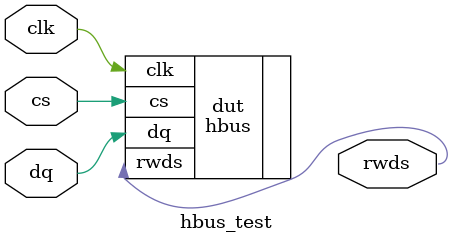
<source format=v>
module hbus_test (
         input wire cs,
         input wire clk,
         inout wire dq,
         output wire rwds

);

hbus dut(
    .cs(cs),
	.clk(clk),
    .dq(dq),
    .rwds(rwds)

);

initial begin
	$dumpfile("hbustest.vcd");
	$dumpvars;
end

endmodule
</source>
